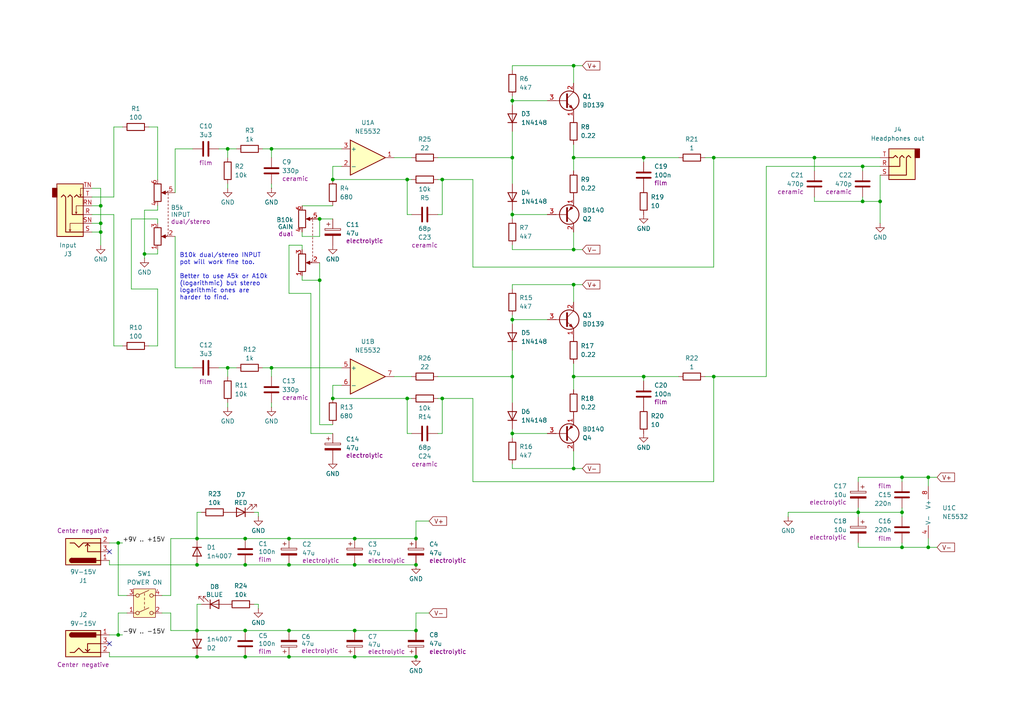
<source format=kicad_sch>
(kicad_sch (version 20250114) (generator "eeschema") (generator_version "9.0")
  (paper "A4")
  (title_block (title "Wenzel’s Headphones Stereo Amp (dual supply)") (date "November 2025") (rev "r2-wip-1") (comment 2 "https://www.youtube.com/watch?v=ODvsCBjZz9M for the original schematic.") (comment 3 "See JohnAudioTech YouTube channel video:") (comment 4 "Modified “JAT Stereo Headphone Amp v1.0”."))
  (lib_symbols
    (symbol "Amplifier_Operational:NE5532" (pin_names (offset 0.127))
      (property "Reference" "U" (at 0 5.08 0))
      (property "Value" "NE5532" (at 0 -5.08 0))
      (symbol "NE5532_1_1"
        (polyline (pts (xy -5.08 5.08) (xy 5.08 0) (xy -5.08 -5.08) (xy -5.08 5.08)) (stroke (width 0.254)) (fill (type background)))
        (pin input line (at -7.62 2.54 0) (length 2.54) (name "+") (number "3"))
        (pin input line (at -7.62 -2.54 0) (length 2.54) (name "-") (number "2"))
        (pin output line (at 7.62 0 180) (length 2.54) (name "~") (number "1"))
      )
      (symbol "NE5532_2_1"
        (polyline (pts (xy -5.08 5.08) (xy 5.08 0) (xy -5.08 -5.08) (xy -5.08 5.08)) (stroke (width 0.254)) (fill (type background)))
        (pin input line (at -7.62 2.54 0) (length 2.54) (name "+") (number "5"))
        (pin input line (at -7.62 -2.54 0) (length 2.54) (name "-") (number "6"))
        (pin output line (at 7.62 0 180) (length 2.54) (name "~") (number "7"))
      )
      (symbol "NE5532_3_1"
        (pin power_in line (at -2.54 7.62 270) (length 3.81) (name "V+") (number "8"))
        (pin power_in line (at -2.54 -7.62 90) (length 3.81) (name "V-") (number "4"))
      )
    )
    (symbol "Connector:Barrel_Jack_Switch" (pin_names (hide yes))
      (property "Reference" "J" (at 0 5.334 0))
      (property "Value" "Barrel_Jack_Switch" (at 0 -5.08 0))
      (symbol "Barrel_Jack_Switch_0_1"
        (rectangle (start -5.08 3.81) (end 5.08 -3.81) (stroke (width 0.254)) (fill (type background)))
        (polyline (pts (xy -3.81 -2.54) (xy -2.54 -2.54) (xy -1.27 -1.27) (xy 0 -2.54) (xy 2.54 -2.54) (xy 5.08 -2.54)) (stroke (width 0.254)))
        (arc (start -3.302 1.905) (mid -3.9343 2.54) (end -3.302 3.175) (stroke (width 0.254)))
        (arc (start -3.302 1.905) (mid -3.9343 2.54) (end -3.302 3.175) (stroke (width 0.254)) (fill (type outline)))
        (polyline (pts (xy 1.27 -2.286) (xy 1.905 -1.651)) (stroke (width 0.254)))
        (rectangle (start 3.683 3.175) (end -3.302 1.905) (stroke (width 0.254)) (fill (type outline)))
        (polyline (pts (xy 5.08 2.54) (xy 3.81 2.54)) (stroke (width 0.254)))
        (polyline (pts (xy 5.08 0) (xy 1.27 0) (xy 1.27 -2.286) (xy 0.635 -1.651)) (stroke (width 0.254)))
      )
      (symbol "Barrel_Jack_Switch_1_1"
        (pin passive line (at 7.62 2.54 180) (length 2.54) (name "~") (number "1"))
        (pin passive line (at 7.62 0 180) (length 2.54) (name "~") (number "3"))
        (pin passive line (at 7.62 -2.54 180) (length 2.54) (name "~") (number "2"))
      )
    )
    (symbol "Connector_Audio:AudioJack3"
      (property "Reference" "J" (at 0 8.89 0))
      (property "Value" "AudioJack3" (at 0 6.35 0))
      (symbol "AudioJack3_0_1"
        (rectangle (start -5.08 -5.08) (end -6.35 -2.54) (stroke (width 0.254)) (fill (type outline)))
        (polyline (pts (xy -1.905 -2.54) (xy -1.27 -3.175) (xy -0.635 -2.54) (xy -0.635 0) (xy 2.54 0)) (stroke (width 0.254)))
        (polyline (pts (xy 0 -2.54) (xy 0.635 -3.175) (xy 1.27 -2.54) (xy 2.54 -2.54)) (stroke (width 0.254)))
        (rectangle (start 2.54 3.81) (end -5.08 -5.08) (stroke (width 0.254)) (fill (type background)))
        (polyline (pts (xy 2.54 2.54) (xy -2.54 2.54) (xy -2.54 -2.54) (xy -3.175 -3.175) (xy -3.81 -2.54)) (stroke (width 0.254)))
      )
      (symbol "AudioJack3_1_1"
        (pin passive line (at 5.08 2.54 180) (length 2.54) (name "~") (number "S"))
        (pin passive line (at 5.08 0 180) (length 2.54) (name "~") (number "R"))
        (pin passive line (at 5.08 -2.54 180) (length 2.54) (name "~") (number "T"))
      )
    )
    (symbol "Connector_Audio:AudioJack3_Switch"
      (property "Reference" "J" (at 0 11.43 0))
      (property "Value" "AudioJack3_Switch" (at 0 8.89 0))
      (symbol "AudioJack3_Switch_0_1"
        (rectangle (start -5.08 -5.08) (end -6.35 -7.62) (stroke (width 0.254)) (fill (type outline)))
        (polyline (pts (xy -1.905 -5.08) (xy -1.27 -5.715) (xy -0.635 -5.08) (xy -0.635 0) (xy 2.54 0)) (stroke (width 0.254)))
        (polyline (pts (xy -1.27 4.826) (xy -1.016 4.318)))
        (polyline (pts (xy 0 -5.08) (xy 0.635 -5.715) (xy 1.27 -5.08) (xy 2.54 -5.08)) (stroke (width 0.254)))
        (polyline (pts (xy 0.508 -0.254) (xy 0.762 -0.762)))
        (polyline (pts (xy 1.778 -5.334) (xy 2.032 -5.842)))
        (rectangle (start 2.54 6.35) (end -5.08 -8.89) (stroke (width 0.254)) (fill (type background)))
        (polyline (pts (xy 2.54 5.08) (xy -2.54 5.08) (xy -2.54 -5.08) (xy -3.175 -5.715) (xy -3.81 -5.08)) (stroke (width 0.254)))
        (polyline (pts (xy 2.54 2.54) (xy -1.27 2.54) (xy -1.27 4.826) (xy -1.524 4.318)))
        (polyline (pts (xy 2.54 -2.54) (xy 0.508 -2.54) (xy 0.508 -0.254) (xy 0.254 -0.762)))
        (polyline (pts (xy 2.54 -7.62) (xy 1.778 -7.62) (xy 1.778 -5.334) (xy 1.524 -5.842)))
      )
      (symbol "AudioJack3_Switch_1_1"
        (pin passive line (at 5.08 5.08 180) (length 2.54) (name "~") (number "S"))
        (pin passive line (at 5.08 2.54 180) (length 2.54) (name "~") (number "SN"))
        (pin passive line (at 5.08 0 180) (length 2.54) (name "~") (number "R"))
        (pin passive line (at 5.08 -2.54 180) (length 2.54) (name "~") (number "RN"))
        (pin passive line (at 5.08 -5.08 180) (length 2.54) (name "~") (number "T"))
        (pin passive line (at 5.08 -7.62 180) (length 2.54) (name "~") (number "TN"))
      )
    )
    (symbol "Device:C" (pin_numbers (hide yes)) (pin_names (offset 0.254))
      (property "Reference" "C" (at 0.635 2.54 0))
      (property "Value" "C" (at 0.635 -2.54 0))
      (symbol "C_0_1"
        (polyline (pts (xy -2.032 0.762) (xy 2.032 0.762)) (stroke (width 0.508)))
        (polyline (pts (xy -2.032 -0.762) (xy 2.032 -0.762)) (stroke (width 0.508)))
      )
      (symbol "C_1_1"
        (pin passive line (at 0 3.81 270) (length 2.794) (name "~") (number "1"))
        (pin passive line (at 0 -3.81 90) (length 2.794) (name "~") (number "2"))
      )
    )
    (symbol "Device:C_Polarized" (pin_numbers (hide yes)) (pin_names (offset 0.254))
      (property "Reference" "C" (at 0.635 2.54 0))
      (property "Value" "C_Polarized" (at 0.635 -2.54 0))
      (symbol "C_Polarized_0_1"
        (rectangle (start -2.286 0.508) (end 2.286 1.016))
        (polyline (pts (xy -1.778 2.286) (xy -0.762 2.286)))
        (polyline (pts (xy -1.27 2.794) (xy -1.27 1.778)))
        (rectangle (start 2.286 -0.508) (end -2.286 -1.016) (fill (type outline)))
      )
      (symbol "C_Polarized_1_1"
        (pin passive line (at 0 3.81 270) (length 2.794) (name "~") (number "1"))
        (pin passive line (at 0 -3.81 90) (length 2.794) (name "~") (number "2"))
      )
    )
    (symbol "Device:D" (pin_numbers (hide yes)) (pin_names (offset 1.016) (hide yes))
      (property "Reference" "D" (at 0 2.54 0))
      (property "Value" "D" (at 0 -2.54 0))
      (symbol "D_0_1"
        (polyline (pts (xy -1.27 1.27) (xy -1.27 -1.27)) (stroke (width 0.254)))
        (polyline (pts (xy 1.27 1.27) (xy 1.27 -1.27) (xy -1.27 0) (xy 1.27 1.27)) (stroke (width 0.254)))
        (polyline (pts (xy 1.27 0) (xy -1.27 0)))
      )
      (symbol "D_1_1"
        (pin passive line (at -3.81 0 0) (length 2.54) (name "K") (number "1"))
        (pin passive line (at 3.81 0 180) (length 2.54) (name "A") (number "2"))
      )
    )
    (symbol "Device:LED" (pin_numbers (hide yes)) (pin_names (offset 1.016) (hide yes))
      (property "Reference" "D" (at 0 2.54 0))
      (property "Value" "LED" (at 0 -2.54 0))
      (symbol "LED_0_1"
        (polyline (pts (xy -3.048 -0.762) (xy -4.572 -2.286) (xy -3.81 -2.286) (xy -4.572 -2.286) (xy -4.572 -1.524)))
        (polyline (pts (xy -1.778 -0.762) (xy -3.302 -2.286) (xy -2.54 -2.286) (xy -3.302 -2.286) (xy -3.302 -1.524)))
        (polyline (pts (xy -1.27 0) (xy 1.27 0)))
        (polyline (pts (xy -1.27 -1.27) (xy -1.27 1.27)) (stroke (width 0.254)))
        (polyline (pts (xy 1.27 -1.27) (xy 1.27 1.27) (xy -1.27 0) (xy 1.27 -1.27)) (stroke (width 0.254)))
      )
      (symbol "LED_1_1"
        (pin passive line (at -3.81 0 0) (length 2.54) (name "K") (number "1"))
        (pin passive line (at 3.81 0 180) (length 2.54) (name "A") (number "2"))
      )
    )
    (symbol "Device:R" (pin_numbers (hide yes)) (pin_names (offset 0))
      (property "Reference" "R" (at 2.032 0 90))
      (property "Value" "R" (at 0 0 90))
      (symbol "R_0_1"
        (rectangle (start -1.016 -2.54) (end 1.016 2.54) (stroke (width 0.254)))
      )
      (symbol "R_1_1"
        (pin passive line (at 0 3.81 270) (length 1.27) (name "~") (number "1"))
        (pin passive line (at 0 -3.81 90) (length 1.27) (name "~") (number "2"))
      )
    )
    (symbol "Device:R_Potentiometer_Dual" (pin_names (offset 1.016) (hide yes))
      (property "Reference" "RV" (at 0 3.81 0))
      (property "Value" "R_Potentiometer_Dual" (at 0 1.905 0))
      (symbol "R_Potentiometer_Dual_0_1"
        (rectangle (start -8.89 -1.524) (end -3.81 -3.556) (stroke (width 0.254)))
        (polyline (pts (xy -6.35 0) (xy -6.35 -1.016)))
        (polyline (pts (xy -6.35 0) (xy -6.35 -1.016)))
        (polyline (pts (xy -6.35 0) (xy -5.842 0.508)))
        (polyline (pts (xy -6.35 -1.397) (xy -6.858 -0.254) (xy -5.842 -0.254) (xy -6.35 -1.397)) (fill (type outline)))
        (polyline (pts (xy -5.588 0.508) (xy -5.08 0.508)))
        (polyline (pts (xy -4.572 0.508) (xy -4.064 0.508)))
        (polyline (pts (xy -3.556 0.508) (xy -3.048 0.508)))
        (polyline (pts (xy -2.54 0.508) (xy -2.032 0.508)))
        (polyline (pts (xy -1.524 0.508) (xy -1.016 0.508)))
        (polyline (pts (xy -0.508 0.508) (xy 0 0.508)))
        (polyline (pts (xy 0.508 0.508) (xy 1.016 0.508)))
        (polyline (pts (xy 1.524 0.508) (xy 2.032 0.508)))
        (polyline (pts (xy 2.54 0.508) (xy 3.048 0.508)))
        (polyline (pts (xy 3.556 0.508) (xy 4.064 0.508)))
        (rectangle (start 3.81 -1.524) (end 8.89 -3.556) (stroke (width 0.254)))
        (polyline (pts (xy 4.572 0.508) (xy 5.08 0.508)))
        (polyline (pts (xy 5.588 0.508) (xy 6.096 0.508)))
        (polyline (pts (xy 6.35 0) (xy 6.35 -1.016)))
        (polyline (pts (xy 6.35 0) (xy 6.35 -1.016)))
        (polyline (pts (xy 6.35 -1.397) (xy 5.842 -0.254) (xy 6.858 -0.254) (xy 6.35 -1.397)) (fill (type outline)))
        (polyline (pts (xy 6.604 0.508) (xy 6.858 0.508) (xy 6.35 0)))
      )
      (symbol "R_Potentiometer_Dual_1_1"
        (pin passive line (at -10.16 -2.54 0) (length 1.27) (name "1") (number "1"))
        (pin passive line (at -6.35 2.54 270) (length 2.54) (name "2") (number "2"))
        (pin passive line (at -2.54 -2.54 180) (length 1.27) (name "3") (number "3"))
        (pin passive line (at 2.54 -2.54 0) (length 1.27) (name "4") (number "4"))
        (pin passive line (at 6.35 2.54 270) (length 2.54) (name "5") (number "5"))
        (pin passive line (at 10.16 -2.54 180) (length 1.27) (name "6") (number "6"))
      )
    )
    (symbol "Diode:1N4148" (pin_numbers (hide yes)) (pin_names (hide yes))
      (property "Reference" "D" (at 0 2.54 0))
      (property "Value" "1N4148" (at 0 -2.54 0))
      (symbol "1N4148_0_1"
        (polyline (pts (xy -1.27 1.27) (xy -1.27 -1.27)) (stroke (width 0.254)))
        (polyline (pts (xy 1.27 1.27) (xy 1.27 -1.27) (xy -1.27 0) (xy 1.27 1.27)) (stroke (width 0.254)))
        (polyline (pts (xy 1.27 0) (xy -1.27 0)))
      )
      (symbol "1N4148_1_1"
        (pin passive line (at -3.81 0 0) (length 2.54) (name "K") (number "1"))
        (pin passive line (at 3.81 0 180) (length 2.54) (name "A") (number "2"))
      )
    )
    (symbol "Switch:SW_DPST" (pin_names (offset 0) (hide yes))
      (property "Reference" "SW" (at 0 6.35 0))
      (property "Value" "SW_DPST" (at 0 -5.08 0))
      (symbol "SW_DPST_0_0"
        (circle (center -2.032 2.54) (radius 0.508))
        (circle (center -2.032 -2.54) (radius 0.508))
        (polyline (pts (xy -1.524 2.794) (xy 1.27 4.064)))
        (polyline (pts (xy -1.524 -2.286) (xy 1.27 -1.016)))
        (polyline (pts (xy 0 2.54) (xy 0 3.175)))
        (polyline (pts (xy 0 1.27) (xy 0 1.905)))
        (polyline (pts (xy 0 0) (xy 0 0.635)))
        (polyline (pts (xy 0 -1.27) (xy 0 -0.635)))
        (circle (center 2.032 2.54) (radius 0.508))
        (circle (center 2.032 -2.54) (radius 0.508))
      )
      (symbol "SW_DPST_1_1"
        (rectangle (start -3.175 4.445) (end 3.175 -3.81) (fill (type background)))
        (pin passive line (at -5.08 2.54 0) (length 2.54) (name "3") (number "3"))
        (pin passive line (at -5.08 -2.54 0) (length 2.54) (name "1") (number "1"))
        (pin passive line (at 5.08 2.54 180) (length 2.54) (name "4") (number "4"))
        (pin passive line (at 5.08 -2.54 180) (length 2.54) (name "2") (number "2"))
      )
    )
    (symbol "Transistor_BJT:BD139" (pin_names (offset 0) (hide yes))
      (property "Reference" "Q" (at 5.08 1.905 0))
      (property "Value" "BD139" (at 5.08 0 0))
      (symbol "BD139_0_1"
        (polyline (pts (xy -2.54 0) (xy 0.635 0)))
        (polyline (pts (xy 0.635 1.905) (xy 0.635 -1.905)) (stroke (width 0.508)))
        (circle (center 1.27 0) (radius 2.8194) (stroke (width 0.254)))
      )
      (symbol "BD139_1_1"
        (polyline (pts (xy 0.635 0.635) (xy 2.54 2.54)))
        (polyline (pts (xy 0.635 -0.635) (xy 2.54 -2.54)))
        (polyline (pts (xy 1.27 -1.778) (xy 1.778 -1.27) (xy 2.286 -2.286) (xy 1.27 -1.778)) (fill (type outline)))
        (pin input line (at -5.08 0 0) (length 2.54) (name "B") (number "3"))
        (pin passive line (at 2.54 5.08 270) (length 2.54) (name "C") (number "2"))
        (pin passive line (at 2.54 -5.08 90) (length 2.54) (name "E") (number "1"))
      )
    )
    (symbol "Transistor_BJT:BD140" (pin_names (offset 0) (hide yes))
      (property "Reference" "Q" (at 5.08 1.905 0))
      (property "Value" "BD140" (at 5.08 0 0))
      (symbol "BD140_0_1"
        (polyline (pts (xy -2.54 0) (xy 0.635 0)))
        (polyline (pts (xy 0.635 1.905) (xy 0.635 -1.905)) (stroke (width 0.508)))
        (polyline (pts (xy 0.635 0.635) (xy 2.54 2.54)))
        (polyline (pts (xy 0.635 -0.635) (xy 2.54 -2.54)))
        (circle (center 1.27 0) (radius 2.8194) (stroke (width 0.254)))
        (polyline (pts (xy 2.286 -1.778) (xy 1.778 -2.286) (xy 1.27 -1.27) (xy 2.286 -1.778)) (fill (type outline)))
      )
      (symbol "BD140_1_1"
        (pin input line (at -5.08 0 0) (length 2.54) (name "B") (number "3"))
        (pin passive line (at 2.54 5.08 270) (length 2.54) (name "C") (number "2"))
        (pin passive line (at 2.54 -5.08 90) (length 2.54) (name "E") (number "1"))
      )
    )
    (symbol "power:GND" (power) (pin_numbers (hide yes)) (pin_names (offset 0) (hide yes))
      (property "Value" "GND" (at 0 -3.81 0))
      (symbol "GND_0_1"
        (polyline (pts (xy 0 0) (xy 0 -1.27) (xy 1.27 -1.27) (xy 0 -2.54) (xy -1.27 -1.27) (xy 0 -1.27)))
      )
      (symbol "GND_1_1"
        (pin power_in line (at 0 0 270) (length 0) (name "~") (number "1"))
      )
    )
  )
  (text "B10k dual/stereo INPUT\npot will work fine too.\n\nBetter to use A5k or A10k\n(logarithmic) but stereo\nlogarithmic ones are\nharder to find." (at 52.07 80.264 0) (effects (font (size 1.27 1.27)) (justify left)))
  (junction (at 83.82 156.21))
  (junction (at 102.87 156.21))
  (junction (at 128.27 115.57))
  (junction (at 248.92 148.59))
  (junction (at 261.62 158.75))
  (junction (at 207.01 109.22))
  (junction (at 118.11 52.07))
  (junction (at 29.21 67.31))
  (junction (at 92.71 81.28))
  (junction (at 148.59 92.71))
  (junction (at 166.37 109.22))
  (junction (at 57.15 190.5))
  (junction (at 166.37 45.72))
  (junction (at 186.69 45.72))
  (junction (at 166.37 82.55))
  (junction (at 120.65 182.88))
  (junction (at 148.59 45.72))
  (junction (at 29.21 59.69))
  (junction (at 83.82 182.88))
  (junction (at 120.65 190.5))
  (junction (at 92.71 63.5))
  (junction (at 83.82 190.5))
  (junction (at 236.22 45.72))
  (junction (at 128.27 52.07))
  (junction (at 78.74 106.68))
  (junction (at 120.65 156.21))
  (junction (at 57.15 163.83))
  (junction (at 78.74 43.18))
  (junction (at 66.04 106.68))
  (junction (at 148.59 62.23))
  (junction (at 148.59 125.73))
  (junction (at 166.37 19.05))
  (junction (at 34.29 157.48))
  (junction (at 57.15 156.21))
  (junction (at 207.01 45.72))
  (junction (at 29.21 64.77))
  (junction (at 71.12 156.21))
  (junction (at 102.87 190.5))
  (junction (at 261.62 138.43))
  (junction (at 120.65 163.83))
  (junction (at 71.12 182.88))
  (junction (at 102.87 182.88))
  (junction (at 166.37 72.39))
  (junction (at 57.15 182.88))
  (junction (at 96.52 115.57))
  (junction (at 34.29 184.15))
  (junction (at 166.37 135.89))
  (junction (at 83.82 163.83))
  (junction (at 96.52 52.07))
  (junction (at 71.12 163.83))
  (junction (at 261.62 148.59))
  (junction (at 102.87 163.83))
  (junction (at 71.12 190.5))
  (junction (at 269.24 158.75))
  (junction (at 41.91 73.66))
  (junction (at 255.27 58.42))
  (junction (at 250.19 58.42))
  (junction (at 118.11 115.57))
  (junction (at 66.04 43.18))
  (junction (at 186.69 109.22))
  (junction (at 250.19 48.26))
  (junction (at 148.59 109.22))
  (junction (at 148.59 29.21))
  (junction (at 269.24 138.43))
  (no_connect (at 31.75 160.02))
  (no_connect (at 31.75 186.69))
  (wire (pts (xy 26.67 67.31) (xy 29.21 67.31)))
  (wire (pts (xy 102.87 182.88) (xy 120.65 182.88)))
  (wire (pts (xy 71.12 156.21) (xy 83.82 156.21)))
  (wire (pts (xy 50.8 106.68) (xy 55.88 106.68)))
  (wire (pts (xy 127 125.73) (xy 128.27 125.73)))
  (wire (pts (xy 186.69 109.22) (xy 196.85 109.22)))
  (wire (pts (xy 207.01 109.22) (xy 222.25 109.22)))
  (wire (pts (xy 29.21 54.61) (xy 29.21 59.69)))
  (wire (pts (xy 148.59 29.21) (xy 158.75 29.21)))
  (wire (pts (xy 45.72 100.33) (xy 43.18 100.33)))
  (wire (pts (xy 87.63 68.58) (xy 92.71 68.58)))
  (wire (pts (xy 71.12 182.88) (xy 83.82 182.88)))
  (wire (pts (xy 261.62 148.59) (xy 261.62 149.86)))
  (wire (pts (xy 73.66 175.26) (xy 74.93 175.26)))
  (wire (pts (xy 33.02 62.23) (xy 33.02 100.33)))
  (wire (pts (xy 166.37 72.39) (xy 168.91 72.39)))
  (wire (pts (xy 87.63 81.28) (xy 87.63 80.01)))
  (wire (pts (xy 124.46 177.8) (xy 120.65 177.8)))
  (wire (pts (xy 269.24 156.21) (xy 269.24 158.75)))
  (wire (pts (xy 83.82 85.09) (xy 90.17 85.09)))
  (wire (pts (xy 222.25 48.26) (xy 222.25 109.22)))
  (wire (pts (xy 137.16 52.07) (xy 137.16 77.47)))
  (wire (pts (xy 50.8 43.18) (xy 55.88 43.18)))
  (wire (pts (xy 128.27 52.07) (xy 137.16 52.07)))
  (wire (pts (xy 92.71 81.28) (xy 87.63 81.28)))
  (wire (pts (xy 166.37 109.22) (xy 166.37 113.03)))
  (wire (pts (xy 63.5 106.68) (xy 66.04 106.68)))
  (wire (pts (xy 119.38 115.57) (xy 118.11 115.57)))
  (wire (pts (xy 57.15 175.26) (xy 57.15 182.88)))
  (wire (pts (xy 118.11 115.57) (xy 96.52 115.57)))
  (wire (pts (xy 31.75 189.23) (xy 31.75 190.5)))
  (wire (pts (xy 57.15 163.83) (xy 71.12 163.83)))
  (wire (pts (xy 49.53 182.88) (xy 57.15 182.88)))
  (wire (pts (xy 148.59 92.71) (xy 148.59 93.98)))
  (wire (pts (xy 83.82 163.83) (xy 102.87 163.83)))
  (wire (pts (xy 87.63 59.69) (xy 96.52 59.69)))
  (wire (pts (xy 50.8 55.88) (xy 50.8 43.18)))
  (wire (pts (xy 45.72 64.77) (xy 45.72 63.5)))
  (wire (pts (xy 166.37 82.55) (xy 168.91 82.55)))
  (wire (pts (xy 45.72 36.83) (xy 45.72 52.07)))
  (wire (pts (xy 148.59 92.71) (xy 158.75 92.71)))
  (wire (pts (xy 66.04 53.34) (xy 66.04 54.61)))
  (wire (pts (xy 83.82 71.12) (xy 83.82 85.09)))
  (wire (pts (xy 31.75 184.15) (xy 34.29 184.15)))
  (wire (pts (xy 83.82 190.5) (xy 102.87 190.5)))
  (wire (pts (xy 148.59 71.12) (xy 148.59 72.39)))
  (wire (pts (xy 148.59 72.39) (xy 166.37 72.39)))
  (wire (pts (xy 35.56 157.48) (xy 34.29 157.48)))
  (wire (pts (xy 236.22 49.53) (xy 236.22 45.72)))
  (wire (pts (xy 166.37 45.72) (xy 186.69 45.72)))
  (wire (pts (xy 148.59 60.96) (xy 148.59 62.23)))
  (wire (pts (xy 57.15 156.21) (xy 71.12 156.21)))
  (wire (pts (xy 127 109.22) (xy 148.59 109.22)))
  (wire (pts (xy 46.99 172.72) (xy 49.53 172.72)))
  (wire (pts (xy 118.11 125.73) (xy 118.11 115.57)))
  (wire (pts (xy 148.59 134.62) (xy 148.59 135.89)))
  (wire (pts (xy 166.37 135.89) (xy 166.37 130.81)))
  (wire (pts (xy 186.69 45.72) (xy 196.85 45.72)))
  (wire (pts (xy 114.3 109.22) (xy 119.38 109.22)))
  (wire (pts (xy 71.12 163.83) (xy 83.82 163.83)))
  (wire (pts (xy 38.1 83.82) (xy 45.72 83.82)))
  (wire (pts (xy 34.29 157.48) (xy 34.29 172.72)))
  (wire (pts (xy 49.53 172.72) (xy 49.53 156.21)))
  (wire (pts (xy 207.01 45.72) (xy 236.22 45.72)))
  (wire (pts (xy 57.15 182.88) (xy 71.12 182.88)))
  (wire (pts (xy 261.62 158.75) (xy 261.62 157.48)))
  (wire (pts (xy 26.67 64.77) (xy 29.21 64.77)))
  (wire (pts (xy 148.59 135.89) (xy 166.37 135.89)))
  (wire (pts (xy 41.91 60.96) (xy 41.91 73.66)))
  (wire (pts (xy 29.21 64.77) (xy 29.21 67.31)))
  (wire (pts (xy 36.83 177.8) (xy 34.29 177.8)))
  (wire (pts (xy 186.69 110.49) (xy 186.69 109.22)))
  (wire (pts (xy 128.27 125.73) (xy 128.27 115.57)))
  (wire (pts (xy 128.27 115.57) (xy 137.16 115.57)))
  (wire (pts (xy 248.92 157.48) (xy 248.92 158.75)))
  (wire (pts (xy 78.74 43.18) (xy 99.06 43.18)))
  (wire (pts (xy 124.46 151.13) (xy 120.65 151.13)))
  (wire (pts (xy 35.56 36.83) (xy 33.02 36.83)))
  (wire (pts (xy 118.11 62.23) (xy 118.11 52.07)))
  (wire (pts (xy 34.29 177.8) (xy 34.29 184.15)))
  (wire (pts (xy 41.91 73.66) (xy 41.91 74.93)))
  (wire (pts (xy 41.91 73.66) (xy 45.72 73.66)))
  (wire (pts (xy 236.22 58.42) (xy 250.19 58.42)))
  (wire (pts (xy 92.71 76.2) (xy 92.71 81.28)))
  (wire (pts (xy 236.22 45.72) (xy 255.27 45.72)))
  (wire (pts (xy 204.47 45.72) (xy 207.01 45.72)))
  (wire (pts (xy 148.59 125.73) (xy 148.59 127)))
  (wire (pts (xy 166.37 45.72) (xy 166.37 49.53)))
  (wire (pts (xy 76.2 43.18) (xy 78.74 43.18)))
  (wire (pts (xy 92.71 81.28) (xy 92.71 123.19)))
  (wire (pts (xy 26.67 62.23) (xy 33.02 62.23)))
  (wire (pts (xy 250.19 49.53) (xy 250.19 48.26)))
  (wire (pts (xy 66.04 43.18) (xy 68.58 43.18)))
  (wire (pts (xy 261.62 138.43) (xy 269.24 138.43)))
  (wire (pts (xy 250.19 48.26) (xy 255.27 48.26)))
  (wire (pts (xy 78.74 106.68) (xy 78.74 109.22)))
  (wire (pts (xy 92.71 63.5) (xy 92.71 68.58)))
  (wire (pts (xy 57.15 190.5) (xy 71.12 190.5)))
  (wire (pts (xy 96.52 111.76) (xy 96.52 115.57)))
  (wire (pts (xy 166.37 72.39) (xy 166.37 67.31)))
  (wire (pts (xy 250.19 58.42) (xy 255.27 58.42)))
  (wire (pts (xy 148.59 82.55) (xy 166.37 82.55)))
  (wire (pts (xy 148.59 29.21) (xy 148.59 30.48)))
  (wire (pts (xy 33.02 36.83) (xy 33.02 57.15)))
  (wire (pts (xy 148.59 124.46) (xy 148.59 125.73)))
  (wire (pts (xy 248.92 148.59) (xy 261.62 148.59)))
  (wire (pts (xy 120.65 151.13) (xy 120.65 156.21)))
  (wire (pts (xy 66.04 106.68) (xy 68.58 106.68)))
  (wire (pts (xy 248.92 138.43) (xy 261.62 138.43)))
  (wire (pts (xy 269.24 138.43) (xy 271.78 138.43)))
  (wire (pts (xy 127 62.23) (xy 128.27 62.23)))
  (wire (pts (xy 78.74 53.34) (xy 78.74 54.61)))
  (wire (pts (xy 83.82 182.88) (xy 102.87 182.88)))
  (wire (pts (xy 255.27 58.42) (xy 255.27 64.77)))
  (wire (pts (xy 148.59 27.94) (xy 148.59 29.21)))
  (wire (pts (xy 102.87 163.83) (xy 120.65 163.83)))
  (wire (pts (xy 168.91 19.05) (xy 166.37 19.05)))
  (wire (pts (xy 45.72 73.66) (xy 45.72 72.39)))
  (wire (pts (xy 148.59 83.82) (xy 148.59 82.55)))
  (wire (pts (xy 119.38 52.07) (xy 118.11 52.07)))
  (wire (pts (xy 127 115.57) (xy 128.27 115.57)))
  (wire (pts (xy 49.53 156.21) (xy 57.15 156.21)))
  (wire (pts (xy 87.63 72.39) (xy 87.63 71.12)))
  (wire (pts (xy 74.93 175.26) (xy 74.93 176.53)))
  (wire (pts (xy 45.72 60.96) (xy 45.72 59.69)))
  (wire (pts (xy 49.53 177.8) (xy 49.53 182.88)))
  (wire (pts (xy 119.38 62.23) (xy 118.11 62.23)))
  (wire (pts (xy 166.37 105.41) (xy 166.37 109.22)))
  (wire (pts (xy 269.24 158.75) (xy 271.78 158.75)))
  (wire (pts (xy 148.59 109.22) (xy 148.59 116.84)))
  (wire (pts (xy 148.59 20.32) (xy 148.59 19.05)))
  (wire (pts (xy 31.75 163.83) (xy 57.15 163.83)))
  (wire (pts (xy 148.59 38.1) (xy 148.59 45.72)))
  (wire (pts (xy 90.17 85.09) (xy 90.17 125.73)))
  (wire (pts (xy 207.01 45.72) (xy 207.01 77.47)))
  (wire (pts (xy 92.71 63.5) (xy 96.52 63.5)))
  (wire (pts (xy 29.21 59.69) (xy 29.21 64.77)))
  (wire (pts (xy 114.3 45.72) (xy 119.38 45.72)))
  (wire (pts (xy 34.29 172.72) (xy 36.83 172.72)))
  (wire (pts (xy 87.63 71.12) (xy 83.82 71.12)))
  (wire (pts (xy 45.72 83.82) (xy 45.72 100.33)))
  (wire (pts (xy 26.67 57.15) (xy 33.02 57.15)))
  (wire (pts (xy 248.92 148.59) (xy 248.92 149.86)))
  (wire (pts (xy 92.71 123.19) (xy 96.52 123.19)))
  (wire (pts (xy 248.92 158.75) (xy 261.62 158.75)))
  (wire (pts (xy 119.38 125.73) (xy 118.11 125.73)))
  (wire (pts (xy 204.47 109.22) (xy 207.01 109.22)))
  (wire (pts (xy 261.62 138.43) (xy 261.62 139.7)))
  (wire (pts (xy 58.42 175.26) (xy 57.15 175.26)))
  (wire (pts (xy 73.66 148.59) (xy 74.93 148.59)))
  (wire (pts (xy 148.59 19.05) (xy 166.37 19.05)))
  (wire (pts (xy 33.02 100.33) (xy 35.56 100.33)))
  (wire (pts (xy 71.12 190.5) (xy 83.82 190.5)))
  (wire (pts (xy 26.67 54.61) (xy 29.21 54.61)))
  (wire (pts (xy 148.59 45.72) (xy 148.59 53.34)))
  (wire (pts (xy 120.65 177.8) (xy 120.65 182.88)))
  (wire (pts (xy 128.27 62.23) (xy 128.27 52.07)))
  (wire (pts (xy 248.92 139.7) (xy 248.92 138.43)))
  (wire (pts (xy 90.17 125.73) (xy 96.52 125.73)))
  (wire (pts (xy 137.16 115.57) (xy 137.16 139.7)))
  (wire (pts (xy 148.59 62.23) (xy 148.59 63.5)))
  (wire (pts (xy 96.52 48.26) (xy 96.52 52.07)))
  (wire (pts (xy 50.8 68.58) (xy 50.8 106.68)))
  (wire (pts (xy 26.67 59.69) (xy 29.21 59.69)))
  (wire (pts (xy 236.22 58.42) (xy 236.22 57.15)))
  (wire (pts (xy 127 52.07) (xy 128.27 52.07)))
  (wire (pts (xy 102.87 190.5) (xy 120.65 190.5)))
  (wire (pts (xy 166.37 19.05) (xy 166.37 24.13)))
  (wire (pts (xy 186.69 109.22) (xy 166.37 109.22)))
  (wire (pts (xy 34.29 184.15) (xy 35.56 184.15)))
  (wire (pts (xy 43.18 36.83) (xy 45.72 36.83)))
  (wire (pts (xy 29.21 67.31) (xy 29.21 71.12)))
  (wire (pts (xy 148.59 62.23) (xy 158.75 62.23)))
  (wire (pts (xy 102.87 156.21) (xy 120.65 156.21)))
  (wire (pts (xy 269.24 138.43) (xy 269.24 140.97)))
  (wire (pts (xy 261.62 158.75) (xy 269.24 158.75)))
  (wire (pts (xy 78.74 116.84) (xy 78.74 118.11)))
  (wire (pts (xy 87.63 68.58) (xy 87.63 67.31)))
  (wire (pts (xy 76.2 106.68) (xy 78.74 106.68)))
  (wire (pts (xy 46.99 177.8) (xy 49.53 177.8)))
  (wire (pts (xy 74.93 148.59) (xy 74.93 149.86)))
  (wire (pts (xy 38.1 63.5) (xy 38.1 83.82)))
  (wire (pts (xy 58.42 148.59) (xy 57.15 148.59)))
  (wire (pts (xy 45.72 63.5) (xy 38.1 63.5)))
  (wire (pts (xy 250.19 48.26) (xy 222.25 48.26)))
  (wire (pts (xy 127 45.72) (xy 148.59 45.72)))
  (wire (pts (xy 166.37 41.91) (xy 166.37 45.72)))
  (wire (pts (xy 66.04 106.68) (xy 66.04 109.22)))
  (wire (pts (xy 63.5 43.18) (xy 66.04 43.18)))
  (wire (pts (xy 78.74 43.18) (xy 78.74 45.72)))
  (wire (pts (xy 248.92 147.32) (xy 248.92 148.59)))
  (wire (pts (xy 99.06 111.76) (xy 96.52 111.76)))
  (wire (pts (xy 78.74 106.68) (xy 99.06 106.68)))
  (wire (pts (xy 250.19 58.42) (xy 250.19 57.15)))
  (wire (pts (xy 261.62 147.32) (xy 261.62 148.59)))
  (wire (pts (xy 83.82 156.21) (xy 102.87 156.21)))
  (wire (pts (xy 255.27 50.8) (xy 255.27 58.42)))
  (wire (pts (xy 228.6 148.59) (xy 248.92 148.59)))
  (wire (pts (xy 207.01 139.7) (xy 207.01 109.22)))
  (wire (pts (xy 45.72 60.96) (xy 41.91 60.96)))
  (wire (pts (xy 66.04 43.18) (xy 66.04 45.72)))
  (wire (pts (xy 118.11 52.07) (xy 96.52 52.07)))
  (wire (pts (xy 137.16 77.47) (xy 207.01 77.47)))
  (wire (pts (xy 31.75 157.48) (xy 34.29 157.48)))
  (wire (pts (xy 137.16 139.7) (xy 207.01 139.7)))
  (wire (pts (xy 148.59 101.6) (xy 148.59 109.22)))
  (wire (pts (xy 66.04 116.84) (xy 66.04 118.11)))
  (wire (pts (xy 31.75 162.56) (xy 31.75 163.83)))
  (wire (pts (xy 228.6 149.86) (xy 228.6 148.59)))
  (wire (pts (xy 31.75 190.5) (xy 57.15 190.5)))
  (wire (pts (xy 166.37 135.89) (xy 168.91 135.89)))
  (wire (pts (xy 99.06 48.26) (xy 96.52 48.26)))
  (wire (pts (xy 166.37 82.55) (xy 166.37 87.63)))
  (wire (pts (xy 148.59 125.73) (xy 158.75 125.73)))
  (wire (pts (xy 57.15 148.59) (xy 57.15 156.21)))
  (wire (pts (xy 148.59 91.44) (xy 148.59 92.71)))
  (wire (pts (xy 186.69 46.99) (xy 186.69 45.72)))
  (label "+9V .. +15V" (at 35.56 157.48 0))
  (label "-9V .. -15V" (at 35.56 184.15 0))
  (global_label "V+" (shape input) (at 124.46 151.13 0) (property "Intersheetrefs" "${INTERSHEET_REFS}" (effects (hide yes))))
  (global_label "V+" (shape input) (at 168.91 19.05 0) (property "Intersheetrefs" "${INTERSHEET_REFS}" (effects (hide yes))))
  (global_label "V-" (shape input) (at 271.78 158.75 0) (property "Intersheetrefs" "${INTERSHEET_REFS}" (effects (hide yes))))
  (global_label "V+" (shape input) (at 271.78 138.43 0) (property "Intersheetrefs" "${INTERSHEET_REFS}" (effects (hide yes))))
  (global_label "V-" (shape input) (at 168.91 72.39 0) (property "Intersheetrefs" "${INTERSHEET_REFS}" (effects (hide yes))))
  (global_label "V-" (shape input) (at 124.46 177.8 0) (property "Intersheetrefs" "${INTERSHEET_REFS}" (effects (hide yes))))
  (global_label "V-" (shape input) (at 168.91 135.89 0) (property "Intersheetrefs" "${INTERSHEET_REFS}" (effects (hide yes))))
  (global_label "V+" (shape input) (at 168.91 82.55 0) (property "Intersheetrefs" "${INTERSHEET_REFS}" (effects (hide yes))))
  (symbol (lib_id "Device:R") (at 148.59 87.63 0) (unit 1)
    (property "Reference" "R15" (at 150.622 86.36 0) (effects (justify left)))
    (property "Value" "4k7" (at 150.622 88.9 0) (effects (justify left)))
    (property "Description" "Resistor" (effects (hide yes)))
  )
  (symbol (lib_id "Device:C") (at 261.62 153.67 0) (mirror y) (unit 1)
    (property "Reference" "C16" (at 258.572 151.13 0) (effects (justify left)))
    (property "Value" "220n" (at 258.572 153.67 0) (effects (justify left)))
    (property "Description" "Unpolarized capacitor" (effects (hide yes)))
    (property "Field5" "film" (at 258.572 156.21 0) (effects (justify left)))
  )
  (symbol (lib_id "Device:C") (at 78.74 49.53 0) (unit 1)
    (property "Reference" "C9" (at 81.788 46.99 0) (effects (justify left)))
    (property "Value" "330p" (at 81.788 49.53 0) (effects (justify left)))
    (property "Description" "Unpolarized capacitor" (effects (hide yes)))
    (property "Field5" "ceramic" (at 81.788 51.816 0) (effects (justify left)))
  )
  (symbol (lib_id "Device:LED") (at 69.85 148.59 180) (unit 1)
    (property "Reference" "D7" (at 69.85 143.51 0))
    (property "Value" "RED" (at 69.85 145.796 0))
    (property "Description" "Light emitting diode" (effects (hide yes)))
    (property "Sim.Pins" "1=K 2=A" (effects (hide yes)))
  )
  (symbol (lib_id "Device:D") (at 57.15 186.69 270) (mirror x) (unit 1)
    (property "Reference" "D2" (at 59.944 187.96 90) (effects (justify left)))
    (property "Value" "1n4007" (at 59.944 185.42 90) (effects (justify left)))
    (property "Description" "Diode" (effects (hide yes)))
    (property "Sim.Device" "D" (effects (hide yes)))
    (property "Sim.Pins" "1=K 2=A" (effects (hide yes)))
  )
  (symbol (lib_id "Device:C_Polarized") (at 120.65 186.69 0) (mirror x) (unit 1)
    (property "Reference" "C8" (at 124.46 184.15 0) (effects (justify left)))
    (property "Value" "47u" (at 124.46 186.69 0) (effects (justify left)))
    (property "Footprint" "electrolytic" (at 124.46 188.976 0) (effects (justify left)))
    (property "Description" "Polarized capacitor" (effects (hide yes)))
  )
  (symbol (lib_id "power:GND") (at 74.93 149.86 0) (unit 1)
    (property "Reference" "#PWR022" (effects (hide yes)))
    (property "Value" "GND" (at 74.93 153.924 0))
    (property "Description" "Power symbol creates a global label with name \"GND\" , ground" (effects (hide yes)))
  )
  (symbol (lib_id "power:GND") (at 96.52 133.35 0) (unit 1)
    (property "Reference" "#PWR09" (effects (hide yes)))
    (property "Value" "GND" (at 96.52 137.414 0))
    (property "Description" "Power symbol creates a global label with name \"GND\" , ground" (effects (hide yes)))
  )
  (symbol (lib_id "power:GND") (at 78.74 54.61 0) (unit 1)
    (property "Reference" "#PWR03" (effects (hide yes)))
    (property "Value" "GND" (at 78.74 58.674 0))
    (property "Description" "Power symbol creates a global label with name \"GND\" , ground" (effects (hide yes)))
  )
  (symbol (lib_id "Device:C") (at 71.12 186.69 0) (unit 1)
    (property "Reference" "C5" (at 74.93 184.404 0) (effects (justify left)))
    (property "Value" "100n" (at 74.93 186.69 0) (effects (justify left)))
    (property "Footprint" "film" (at 74.93 188.976 0) (effects (justify left)))
    (property "Description" "Unpolarized capacitor" (effects (hide yes)))
  )
  (symbol (lib_id "Device:R") (at 148.59 67.31 0) (unit 1)
    (property "Reference" "R7" (at 150.622 66.04 0) (effects (justify left)))
    (property "Value" "4k7" (at 150.622 68.58 0) (effects (justify left)))
    (property "Description" "Resistor" (effects (hide yes)))
  )
  (symbol (lib_id "Amplifier_Operational:NE5532") (at 106.68 109.22 0) (unit 2)
    (property "Reference" "U1" (at 106.68 99.06 0))
    (property "Value" "NE5532" (at 106.68 101.6 0))
    (property "Datasheet" "http://www.ti.com/lit/ds/symlink/ne5532.pdf" (effects (hide yes)))
    (property "Description" "Dual Low-Noise Operational Amplifiers, DIP-8/SOIC-8" (effects (hide yes)))
  )
  (symbol (lib_id "Device:R") (at 148.59 130.81 0) (unit 1)
    (property "Reference" "R16" (at 150.622 129.54 0) (effects (justify left)))
    (property "Value" "4k7" (at 150.622 132.08 0) (effects (justify left)))
    (property "Description" "Resistor" (effects (hide yes)))
  )
  (symbol (lib_id "Device:C_Polarized") (at 120.65 160.02 0) (unit 1)
    (property "Reference" "C4" (at 124.46 157.8609 0) (effects (justify left)))
    (property "Value" "47u" (at 124.46 160.4009 0) (effects (justify left)))
    (property "Footprint" "electrolytic" (at 124.46 162.56 0) (effects (justify left)))
    (property "Description" "Polarized capacitor" (effects (hide yes)))
  )
  (symbol (lib_id "Diode:1N4148") (at 148.59 34.29 90) (unit 1)
    (property "Reference" "D3" (at 151.13 33.0199 90) (effects (justify right)))
    (property "Value" "1N4148" (at 151.13 35.5599 90) (effects (justify right)))
    (property "Footprint" "Diode_THT:D_DO-35_SOD27_P7.62mm_Horizontal" (effects (hide yes)))
    (property "Datasheet" "https://assets.nexperia.com/documents/data-sheet/1N4148_1N4448.pdf" (effects (hide yes)))
    (property "Description" "100V 0.15A standard switching diode, DO-35" (effects (hide yes)))
    (property "Sim.Device" "D" (effects (hide yes)))
    (property "Sim.Pins" "1=K 2=A" (effects (hide yes)))
  )
  (symbol (lib_id "Device:R") (at 166.37 101.6 0) (unit 1)
    (property "Reference" "R17" (at 168.402 100.33 0) (effects (justify left)))
    (property "Value" "0.22" (at 168.402 102.87 0) (effects (justify left)))
    (property "Description" "Resistor" (effects (hide yes)))
  )
  (symbol (lib_id "power:GND") (at 74.93 176.53 0) (unit 1)
    (property "Reference" "#PWR023" (effects (hide yes)))
    (property "Value" "GND" (at 74.93 180.594 0))
    (property "Description" "Power symbol creates a global label with name \"GND\" , ground" (effects (hide yes)))
  )
  (symbol (lib_id "Diode:1N4148") (at 148.59 57.15 90) (unit 1)
    (property "Reference" "D4" (at 151.13 55.8799 90) (effects (justify right)))
    (property "Value" "1N4148" (at 151.13 58.4199 90) (effects (justify right)))
    (property "Footprint" "Diode_THT:D_DO-35_SOD27_P7.62mm_Horizontal" (effects (hide yes)))
    (property "Datasheet" "https://assets.nexperia.com/documents/data-sheet/1N4148_1N4448.pdf" (effects (hide yes)))
    (property "Description" "100V 0.15A standard switching diode, DO-35" (effects (hide yes)))
    (property "Sim.Device" "D" (effects (hide yes)))
    (property "Sim.Pins" "1=K 2=A" (effects (hide yes)))
  )
  (symbol (lib_id "Transistor_BJT:BD139") (at 163.83 29.21 0) (unit 1)
    (property "Reference" "Q1" (at 168.91 27.9399 0) (effects (justify left)))
    (property "Value" "BD139" (at 168.91 30.4799 0) (effects (justify left)))
    (property "Footprint" "Package_TO_SOT_THT:TO-126-3_Vertical" (effects (hide yes)))
    (property "Datasheet" "http://www.st.com/internet/com/TECHNICAL_RESOURCES/TECHNICAL_LITERATURE/DATASHEET/CD00001225.pdf" (effects (hide yes)))
    (property "Description" "1.5A Ic, 80V Vce, Low Voltage Transistor, TO-126" (effects (hide yes)))
  )
  (symbol (lib_id "Device:R") (at 186.69 58.42 0) (unit 1)
    (property "Reference" "R19" (at 188.722 57.15 0) (effects (justify left)))
    (property "Value" "10" (at 188.722 59.69 0) (effects (justify left)))
    (property "Description" "Resistor" (effects (hide yes)))
  )
  (symbol (lib_id "Device:R") (at 96.52 55.88 0) (unit 1)
    (property "Reference" "R4" (at 98.552 54.61 0) (effects (justify left)))
    (property "Value" "680" (at 98.552 57.15 0) (effects (justify left)))
    (property "Description" "Resistor" (effects (hide yes)))
  )
  (symbol (lib_id "Device:C_Polarized") (at 248.92 143.51 0) (mirror y) (unit 1)
    (property "Reference" "C17" (at 245.618 140.97 0) (effects (justify left)))
    (property "Value" "10u" (at 245.618 143.51 0) (effects (justify left)))
    (property "Footprint" "electrolytic" (at 245.618 145.6691 0) (effects (justify left)))
    (property "Description" "Polarized capacitor" (effects (hide yes)))
  )
  (symbol (lib_id "Device:C") (at 71.12 160.02 0) (unit 1)
    (property "Reference" "C1" (at 74.93 157.734 0) (effects (justify left)))
    (property "Value" "100n" (at 74.93 160.02 0) (effects (justify left)))
    (property "Footprint" "film" (at 74.93 162.306 0) (effects (justify left)))
    (property "Description" "Unpolarized capacitor" (effects (hide yes)))
  )
  (symbol (lib_id "Device:R") (at 123.19 45.72 90) (unit 1)
    (property "Reference" "R25" (at 123.19 40.386 90))
    (property "Value" "22" (at 123.19 42.926 90))
    (property "Description" "Resistor" (effects (hide yes)))
  )
  (symbol (lib_id "Device:C") (at 59.69 106.68 90) (unit 1)
    (property "Reference" "C12" (at 59.69 100.076 90))
    (property "Value" "3u3" (at 59.69 102.616 90))
    (property "Description" "Unpolarized capacitor" (effects (hide yes)))
    (property "Field5" "film" (at 59.69 110.744 90))
  )
  (symbol (lib_id "Transistor_BJT:BD139") (at 163.83 92.71 0) (unit 1)
    (property "Reference" "Q3" (at 168.91 91.4399 0) (effects (justify left)))
    (property "Value" "BD139" (at 168.91 93.9799 0) (effects (justify left)))
    (property "Footprint" "Package_TO_SOT_THT:TO-126-3_Vertical" (effects (hide yes)))
    (property "Datasheet" "http://www.st.com/internet/com/TECHNICAL_RESOURCES/TECHNICAL_LITERATURE/DATASHEET/CD00001225.pdf" (effects (hide yes)))
    (property "Description" "1.5A Ic, 80V Vce, Low Voltage Transistor, TO-126" (effects (hide yes)))
  )
  (symbol (lib_id "Device:C") (at 123.19 125.73 90) (mirror x) (unit 1)
    (property "Reference" "C24" (at 123.19 132.334 90))
    (property "Value" "68p" (at 123.19 129.794 90))
    (property "Description" "Unpolarized capacitor" (effects (hide yes)))
    (property "Field5" "ceramic" (at 123.19 134.62 90))
  )
  (symbol (lib_id "Device:C_Polarized") (at 248.92 153.67 0) (mirror y) (unit 1)
    (property "Reference" "C18" (at 245.618 151.13 0) (effects (justify left)))
    (property "Value" "10u" (at 245.618 153.67 0) (effects (justify left)))
    (property "Footprint" "electrolytic" (at 245.618 155.8291 0) (effects (justify left)))
    (property "Description" "Polarized capacitor" (effects (hide yes)))
  )
  (symbol (lib_id "Device:R") (at 39.37 36.83 90) (unit 1)
    (property "Reference" "R1" (at 39.37 31.496 90))
    (property "Value" "100" (at 39.37 34.036 90))
    (property "Description" "Resistor" (effects (hide yes)))
  )
  (symbol (lib_id "Device:C_Polarized") (at 96.52 67.31 0) (unit 1)
    (property "Reference" "C11" (at 100.33 65.1509 0) (effects (justify left)))
    (property "Value" "47u" (at 100.33 67.6909 0) (effects (justify left)))
    (property "Footprint" "electrolytic" (at 100.33 69.85 0) (effects (justify left)))
    (property "Description" "Polarized capacitor" (effects (hide yes)))
  )
  (symbol (lib_id "Connector:Barrel_Jack_Switch") (at 24.13 160.02 0) (mirror x) (unit 1)
    (property "Reference" "J1" (at 24.13 168.402 0))
    (property "Value" "9V-15V" (at 24.13 165.862 0))
    (property "Description" "DC Barrel Jack with an internal switch" (effects (hide yes)))
    (property "Field5" "Center negative" (at 24.13 153.924 0))
  )
  (symbol (lib_id "Device:C_Polarized") (at 102.87 160.02 0) (unit 1)
    (property "Reference" "C3" (at 106.68 157.8609 0) (effects (justify left)))
    (property "Value" "47u" (at 106.68 160.4009 0) (effects (justify left)))
    (property "Footprint" "electrolytic" (at 106.68 162.56 0) (effects (justify left)))
    (property "Description" "Polarized capacitor" (effects (hide yes)))
  )
  (symbol (lib_id "Device:R") (at 200.66 45.72 90) (unit 1)
    (property "Reference" "R21" (at 200.66 40.386 90))
    (property "Value" "1" (at 200.66 42.926 90))
    (property "Description" "Resistor" (effects (hide yes)))
  )
  (symbol (lib_id "Connector:Barrel_Jack_Switch") (at 24.13 186.69 0) (unit 1)
    (property "Reference" "J2" (at 24.13 178.308 0))
    (property "Value" "9V-15V" (at 24.13 180.848 0))
    (property "Description" "DC Barrel Jack with an internal switch" (effects (hide yes)))
    (property "Field5" "Center negative" (at 24.13 192.786 0))
  )
  (symbol (lib_id "Amplifier_Operational:NE5532") (at 271.78 148.59 0) (unit 3)
    (property "Reference" "U1" (at 273.304 147.32 0) (effects (justify left)))
    (property "Value" "NE5532" (at 273.304 149.86 0) (effects (justify left)))
    (property "Datasheet" "http://www.ti.com/lit/ds/symlink/ne5532.pdf" (effects (hide yes)))
    (property "Description" "Dual Low-Noise Operational Amplifiers, DIP-8/SOIC-8" (effects (hide yes)))
  )
  (symbol (lib_id "Device:R") (at 166.37 53.34 0) (unit 1)
    (property "Reference" "R9" (at 168.402 52.07 0) (effects (justify left)))
    (property "Value" "0.22" (at 168.402 54.61 0) (effects (justify left)))
    (property "Description" "Resistor" (effects (hide yes)))
  )
  (symbol (lib_id "Device:C") (at 123.19 62.23 90) (mirror x) (unit 1)
    (property "Reference" "C23" (at 123.19 68.834 90))
    (property "Value" "68p" (at 123.19 66.294 90))
    (property "Description" "Unpolarized capacitor" (effects (hide yes)))
    (property "Field5" "ceramic" (at 123.19 71.12 90))
  )
  (symbol (lib_id "Device:R") (at 72.39 43.18 90) (unit 1)
    (property "Reference" "R3" (at 72.39 37.846 90))
    (property "Value" "1k" (at 72.39 40.386 90))
    (property "Description" "Resistor" (effects (hide yes)))
  )
  (symbol (lib_id "Connector_Audio:AudioJack3_Switch") (at 21.59 62.23 0) (mirror x) (unit 1)
    (property "Reference" "J3" (at 19.685 73.66 0))
    (property "Value" "Input" (at 19.685 71.12 0))
    (property "Description" "Audio Jack, 3 Poles (Stereo / TRS), Switched Poles (Normalling)" (effects (hide yes)))
  )
  (symbol (lib_id "power:GND") (at 120.65 190.5 0) (unit 1)
    (property "Reference" "#PWR011" (effects (hide yes)))
    (property "Value" "GND" (at 120.65 194.564 0))
    (property "Description" "Power symbol creates a global label with name \"GND\" , ground" (effects (hide yes)))
  )
  (symbol (lib_id "Device:C_Polarized") (at 83.82 186.69 0) (mirror x) (unit 1)
    (property "Reference" "C6" (at 87.376 184.658 0) (effects (justify left)))
    (property "Value" "47u" (at 87.376 186.69 0) (effects (justify left)))
    (property "Footprint" "electrolytic" (at 87.376 188.722 0) (effects (justify left)))
    (property "Description" "Polarized capacitor" (effects (hide yes)))
  )
  (symbol (lib_id "Device:C") (at 250.19 53.34 0) (mirror y) (unit 1)
    (property "Reference" "C22" (at 247.142 50.8 0) (effects (justify left)))
    (property "Value" "470p" (at 247.142 53.34 0) (effects (justify left)))
    (property "Description" "Unpolarized capacitor" (effects (hide yes)))
    (property "Field5" "ceramic" (at 247.142 55.626 0) (effects (justify left)))
  )
  (symbol (lib_id "Device:C") (at 261.62 143.51 0) (mirror y) (unit 1)
    (property "Reference" "C15" (at 258.572 143.51 0) (effects (justify left)))
    (property "Value" "220n" (at 258.572 146.05 0) (effects (justify left)))
    (property "Description" "Unpolarized capacitor" (effects (hide yes)))
    (property "Field5" "film" (at 258.572 140.97 0) (effects (justify left)))
  )
  (symbol (lib_id "Device:R") (at 166.37 116.84 0) (unit 1)
    (property "Reference" "R18" (at 168.402 115.57 0) (effects (justify left)))
    (property "Value" "0.22" (at 168.402 118.11 0) (effects (justify left)))
    (property "Description" "Resistor" (effects (hide yes)))
  )
  (symbol (lib_id "Device:R_Potentiometer_Dual") (at 90.17 69.85 270) (mirror x) (unit 1)
    (property "Reference" "GAIN" (at 85.09 65.786 90) (effects (justify right)))
    (property "Value" "B10k" (at 85.09 63.754 90) (effects (justify right)))
    (property "Description" "Dual potentiometer" (effects (hide yes)))
    (property "Field5" "dual" (at 85.09 67.818 90) (effects (justify right)))
  )
  (symbol (lib_id "Device:R") (at 123.19 109.22 90) (unit 1)
    (property "Reference" "R26" (at 123.19 103.886 90))
    (property "Value" "22" (at 123.19 106.426 90))
    (property "Description" "Resistor" (effects (hide yes)))
  )
  (symbol (lib_id "power:GND") (at 186.69 125.73 0) (unit 1)
    (property "Reference" "#PWR014" (effects (hide yes)))
    (property "Value" "GND" (at 186.69 129.794 0))
    (property "Description" "Power symbol creates a global label with name \"GND\" , ground" (effects (hide yes)))
  )
  (symbol (lib_id "Device:C") (at 186.69 50.8 0) (unit 1)
    (property "Reference" "C19" (at 189.738 48.26 0) (effects (justify left)))
    (property "Value" "100n" (at 189.738 50.8 0) (effects (justify left)))
    (property "Description" "Unpolarized capacitor" (effects (hide yes)))
    (property "Field5" "film" (at 189.738 53.086 0) (effects (justify left)))
  )
  (symbol (lib_id "Device:C_Polarized") (at 83.82 160.02 0) (unit 1)
    (property "Reference" "C2" (at 87.63 157.8609 0) (effects (justify left)))
    (property "Value" "47u" (at 87.63 160.4009 0) (effects (justify left)))
    (property "Footprint" "electrolytic" (at 87.63 162.56 0) (effects (justify left)))
    (property "Description" "Polarized capacitor" (effects (hide yes)))
  )
  (symbol (lib_id "Device:R_Potentiometer_Dual") (at 48.26 62.23 270) (mirror x) (unit 1)
    (property "Reference" "INPUT" (at 49.53 62.23 90) (effects (justify left)))
    (property "Value" "B5k" (at 49.53 60.198 90) (effects (justify left)))
    (property "Description" "Dual potentiometer" (effects (hide yes)))
    (property "Field5" "dual/stereo" (at 49.53 64.262 90) (effects (justify left)))
  )
  (symbol (lib_id "Device:R") (at 72.39 106.68 90) (unit 1)
    (property "Reference" "R12" (at 72.39 101.346 90))
    (property "Value" "1k" (at 72.39 103.886 90))
    (property "Description" "Resistor" (effects (hide yes)))
  )
  (symbol (lib_id "Device:R") (at 66.04 113.03 0) (unit 1)
    (property "Reference" "R11" (at 68.072 111.76 0) (effects (justify left)))
    (property "Value" "10k" (at 68.072 114.3 0) (effects (justify left)))
    (property "Description" "Resistor" (effects (hide yes)))
  )
  (symbol (lib_id "power:GND") (at 66.04 54.61 0) (unit 1)
    (property "Reference" "#PWR02" (effects (hide yes)))
    (property "Value" "GND" (at 66.04 58.674 0))
    (property "Description" "Power symbol creates a global label with name \"GND\" , ground" (effects (hide yes)))
  )
  (symbol (lib_id "power:GND") (at 78.74 118.11 0) (unit 1)
    (property "Reference" "#PWR08" (effects (hide yes)))
    (property "Value" "GND" (at 78.74 122.174 0))
    (property "Description" "Power symbol creates a global label with name \"GND\" , ground" (effects (hide yes)))
  )
  (symbol (lib_id "Device:R") (at 39.37 100.33 90) (unit 1)
    (property "Reference" "R10" (at 39.37 94.996 90))
    (property "Value" "100" (at 39.37 97.536 90))
    (property "Description" "Resistor" (effects (hide yes)))
  )
  (symbol (lib_id "Device:C") (at 78.74 113.03 0) (unit 1)
    (property "Reference" "C13" (at 81.788 110.49 0) (effects (justify left)))
    (property "Value" "330p" (at 81.788 113.03 0) (effects (justify left)))
    (property "Description" "Unpolarized capacitor" (effects (hide yes)))
    (property "Field5" "ceramic" (at 81.788 115.316 0) (effects (justify left)))
  )
  (symbol (lib_id "Device:C_Polarized") (at 102.87 186.69 0) (mirror x) (unit 1)
    (property "Reference" "C7" (at 106.68 184.658 0) (effects (justify left)))
    (property "Value" "47u" (at 106.68 186.944 0) (effects (justify left)))
    (property "Footprint" "electrolytic" (at 106.68 188.976 0) (effects (justify left)))
    (property "Description" "Polarized capacitor" (effects (hide yes)))
  )
  (symbol (lib_id "Transistor_BJT:BD140") (at 163.83 125.73 0) (mirror x) (unit 1)
    (property "Reference" "Q4" (at 168.91 127.0001 0) (effects (justify left)))
    (property "Value" "BD140" (at 168.91 124.4601 0) (effects (justify left)))
    (property "Footprint" "Package_TO_SOT_THT:TO-126-3_Vertical" (effects (hide yes)))
    (property "Datasheet" "http://www.st.com/internet/com/TECHNICAL_RESOURCES/TECHNICAL_LITERATURE/DATASHEET/CD00001225.pdf" (effects (hide yes)))
    (property "Description" "1.5A Ic, 80V Vce, Low Voltage Transistor, TO-126" (effects (hide yes)))
  )
  (symbol (lib_id "Device:R") (at 66.04 49.53 0) (unit 1)
    (property "Reference" "R2" (at 68.072 48.26 0) (effects (justify left)))
    (property "Value" "10k" (at 68.072 50.8 0) (effects (justify left)))
    (property "Description" "Resistor" (effects (hide yes)))
  )
  (symbol (lib_id "power:GND") (at 255.27 64.77 0) (unit 1)
    (property "Reference" "#PWR05" (effects (hide yes)))
    (property "Value" "GND" (at 255.27 68.834 0))
    (property "Description" "Power symbol creates a global label with name \"GND\" , ground" (effects (hide yes)))
  )
  (symbol (lib_id "power:GND") (at 96.52 71.12 0) (unit 1)
    (property "Reference" "#PWR017" (effects (hide yes)))
    (property "Value" "GND" (at 96.52 75.184 0))
    (property "Description" "Power symbol creates a global label with name \"GND\" , ground" (effects (hide yes)))
  )
  (symbol (lib_id "Device:C") (at 59.69 43.18 90) (unit 1)
    (property "Reference" "C10" (at 59.69 36.576 90))
    (property "Value" "3u3" (at 59.69 39.116 90))
    (property "Description" "Unpolarized capacitor" (effects (hide yes)))
    (property "Field5" "film" (at 59.69 47.244 90))
  )
  (symbol (lib_id "Device:R") (at 186.69 121.92 0) (unit 1)
    (property "Reference" "R20" (at 188.722 120.65 0) (effects (justify left)))
    (property "Value" "10" (at 188.722 123.19 0) (effects (justify left)))
    (property "Description" "Resistor" (effects (hide yes)))
  )
  (symbol (lib_id "Diode:1N4148") (at 148.59 97.79 90) (unit 1)
    (property "Reference" "D5" (at 151.13 96.5199 90) (effects (justify right)))
    (property "Value" "1N4148" (at 151.13 99.0599 90) (effects (justify right)))
    (property "Footprint" "Diode_THT:D_DO-35_SOD27_P7.62mm_Horizontal" (effects (hide yes)))
    (property "Datasheet" "https://assets.nexperia.com/documents/data-sheet/1N4148_1N4448.pdf" (effects (hide yes)))
    (property "Description" "100V 0.15A standard switching diode, DO-35" (effects (hide yes)))
    (property "Sim.Device" "D" (effects (hide yes)))
    (property "Sim.Pins" "1=K 2=A" (effects (hide yes)))
  )
  (symbol (lib_id "power:GND") (at 66.04 118.11 0) (unit 1)
    (property "Reference" "#PWR07" (effects (hide yes)))
    (property "Value" "GND" (at 66.04 122.174 0))
    (property "Description" "Power symbol creates a global label with name \"GND\" , ground" (effects (hide yes)))
  )
  (symbol (lib_id "Connector_Audio:AudioJack3") (at 260.35 48.26 180) (unit 1)
    (property "Reference" "J4" (at 260.35 37.592 0))
    (property "Value" "Headphones out" (at 260.35 40.132 0))
    (property "Description" "Audio Jack, 3 Poles (Stereo / TRS)" (effects (hide yes)))
  )
  (symbol (lib_id "Device:LED") (at 62.23 175.26 0) (mirror x) (unit 1)
    (property "Reference" "D8" (at 62.23 170.18 0))
    (property "Value" "BLUE" (at 62.23 172.466 0))
    (property "Description" "Light emitting diode" (effects (hide yes)))
    (property "Sim.Pins" "1=K 2=A" (effects (hide yes)))
  )
  (symbol (lib_id "Device:R") (at 123.19 115.57 90) (mirror x) (unit 1)
    (property "Reference" "R14" (at 123.19 120.904 90))
    (property "Value" "10k" (at 123.19 118.364 90))
    (property "Description" "Resistor" (effects (hide yes)))
  )
  (symbol (lib_id "Device:C_Polarized") (at 96.52 129.54 0) (unit 1)
    (property "Reference" "C14" (at 100.33 127.3809 0) (effects (justify left)))
    (property "Value" "47u" (at 100.33 129.9209 0) (effects (justify left)))
    (property "Footprint" "electrolytic" (at 100.33 132.08 0) (effects (justify left)))
    (property "Description" "Polarized capacitor" (effects (hide yes)))
  )
  (symbol (lib_id "power:GND") (at 29.21 71.12 0) (unit 1)
    (property "Reference" "#PWR012" (effects (hide yes)))
    (property "Value" "GND" (at 29.21 75.184 0))
    (property "Description" "Power symbol creates a global label with name \"GND\" , ground" (effects (hide yes)))
  )
  (symbol (lib_id "Device:R") (at 96.52 119.38 0) (unit 1)
    (property "Reference" "R13" (at 98.552 118.11 0) (effects (justify left)))
    (property "Value" "680" (at 98.552 120.65 0) (effects (justify left)))
    (property "Description" "Resistor" (effects (hide yes)))
  )
  (symbol (lib_id "power:GND") (at 186.69 62.23 0) (unit 1)
    (property "Reference" "#PWR04" (effects (hide yes)))
    (property "Value" "GND" (at 186.69 66.294 0))
    (property "Description" "Power symbol creates a global label with name \"GND\" , ground" (effects (hide yes)))
  )
  (symbol (lib_id "Switch:SW_DPST") (at 41.91 175.26 0) (unit 1)
    (property "Reference" "SW1" (at 41.91 166.37 0))
    (property "Value" "POWER ON" (at 41.91 168.91 0))
    (property "Description" "Double Pole Single Throw (DPST) Switch" (effects (hide yes)))
  )
  (symbol (lib_id "Device:D") (at 57.15 160.02 270) (unit 1)
    (property "Reference" "D1" (at 59.944 158.75 90) (effects (justify left)))
    (property "Value" "1n4007" (at 59.944 161.29 90) (effects (justify left)))
    (property "Description" "Diode" (effects (hide yes)))
    (property "Sim.Device" "D" (effects (hide yes)))
    (property "Sim.Pins" "1=K 2=A" (effects (hide yes)))
  )
  (symbol (lib_id "Device:R") (at 148.59 24.13 0) (unit 1)
    (property "Reference" "R6" (at 150.622 22.86 0) (effects (justify left)))
    (property "Value" "4k7" (at 150.622 25.4 0) (effects (justify left)))
    (property "Description" "Resistor" (effects (hide yes)))
  )
  (symbol (lib_id "power:GND") (at 228.6 149.86 0) (unit 1)
    (property "Reference" "#PWR013" (effects (hide yes)))
    (property "Value" "GND" (at 228.6 153.924 0))
    (property "Description" "Power symbol creates a global label with name \"GND\" , ground" (effects (hide yes)))
  )
  (symbol (lib_id "power:GND") (at 41.91 74.93 0) (unit 1)
    (property "Reference" "#PWR01" (effects (hide yes)))
    (property "Value" "GND" (at 41.91 78.994 0))
    (property "Description" "Power symbol creates a global label with name \"GND\" , ground" (effects (hide yes)))
  )
  (symbol (lib_id "Transistor_BJT:BD140") (at 163.83 62.23 0) (mirror x) (unit 1)
    (property "Reference" "Q2" (at 168.91 63.5001 0) (effects (justify left)))
    (property "Value" "BD140" (at 168.91 60.9601 0) (effects (justify left)))
    (property "Footprint" "Package_TO_SOT_THT:TO-126-3_Vertical" (effects (hide yes)))
    (property "Datasheet" "http://www.st.com/internet/com/TECHNICAL_RESOURCES/TECHNICAL_LITERATURE/DATASHEET/CD00001225.pdf" (effects (hide yes)))
    (property "Description" "1.5A Ic, 80V Vce, Low Voltage Transistor, TO-126" (effects (hide yes)))
  )
  (symbol (lib_id "Device:R") (at 200.66 109.22 90) (unit 1)
    (property "Reference" "R22" (at 200.66 103.886 90))
    (property "Value" "1" (at 200.66 106.426 90))
    (property "Description" "Resistor" (effects (hide yes)))
  )
  (symbol (lib_id "Device:R") (at 123.19 52.07 90) (mirror x) (unit 1)
    (property "Reference" "R5" (at 123.19 57.404 90))
    (property "Value" "10k" (at 123.19 54.864 90))
    (property "Description" "Resistor" (effects (hide yes)))
  )
  (symbol (lib_id "Device:R") (at 166.37 38.1 0) (unit 1)
    (property "Reference" "R8" (at 168.402 36.83 0) (effects (justify left)))
    (property "Value" "0.22" (at 168.402 39.37 0) (effects (justify left)))
    (property "Description" "Resistor" (effects (hide yes)))
  )
  (symbol (lib_id "Device:R") (at 62.23 148.59 90) (unit 1)
    (property "Reference" "R23" (at 62.23 143.256 90))
    (property "Value" "10k" (at 62.23 145.796 90))
    (property "Description" "Resistor" (effects (hide yes)))
  )
  (symbol (lib_id "Device:C") (at 236.22 53.34 0) (mirror y) (unit 1)
    (property "Reference" "C21" (at 233.172 50.8 0) (effects (justify left)))
    (property "Value" "470p" (at 233.172 53.34 0) (effects (justify left)))
    (property "Description" "Unpolarized capacitor" (effects (hide yes)))
    (property "Field5" "ceramic" (at 233.172 55.626 0) (effects (justify left)))
  )
  (symbol (lib_id "Amplifier_Operational:NE5532") (at 106.68 45.72 0) (unit 1)
    (property "Reference" "U1" (at 106.68 35.56 0))
    (property "Value" "NE5532" (at 106.68 38.1 0))
    (property "Datasheet" "http://www.ti.com/lit/ds/symlink/ne5532.pdf" (effects (hide yes)))
    (property "Description" "Dual Low-Noise Operational Amplifiers, DIP-8/SOIC-8" (effects (hide yes)))
  )
  (symbol (lib_id "Device:C") (at 186.69 114.3 0) (unit 1)
    (property "Reference" "C20" (at 189.738 111.76 0) (effects (justify left)))
    (property "Value" "100n" (at 189.738 114.3 0) (effects (justify left)))
    (property "Description" "Unpolarized capacitor" (effects (hide yes)))
    (property "Field5" "film" (at 189.738 116.586 0) (effects (justify left)))
  )
  (symbol (lib_id "power:GND") (at 120.65 163.83 0) (unit 1)
    (property "Reference" "#PWR010" (effects (hide yes)))
    (property "Value" "GND" (at 120.65 167.894 0))
    (property "Description" "Power symbol creates a global label with name \"GND\" , ground" (effects (hide yes)))
  )
  (symbol (lib_id "Device:R") (at 69.85 175.26 90) (unit 1)
    (property "Reference" "R24" (at 69.85 169.926 90))
    (property "Value" "10k" (at 69.85 172.466 90))
    (property "Description" "Resistor" (effects (hide yes)))
  )
  (symbol (lib_id "Diode:1N4148") (at 148.59 120.65 90) (unit 1)
    (property "Reference" "D6" (at 151.13 119.3799 90) (effects (justify right)))
    (property "Value" "1N4148" (at 151.13 121.9199 90) (effects (justify right)))
    (property "Footprint" "Diode_THT:D_DO-35_SOD27_P7.62mm_Horizontal" (effects (hide yes)))
    (property "Datasheet" "https://assets.nexperia.com/documents/data-sheet/1N4148_1N4448.pdf" (effects (hide yes)))
    (property "Description" "100V 0.15A standard switching diode, DO-35" (effects (hide yes)))
    (property "Sim.Device" "D" (effects (hide yes)))
    (property "Sim.Pins" "1=K 2=A" (effects (hide yes)))
  )
)
</source>
